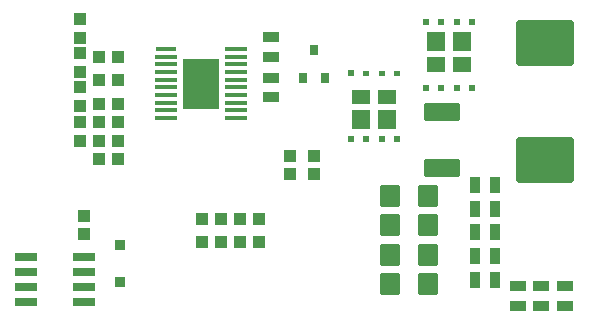
<source format=gtp>
G04*
G04 #@! TF.GenerationSoftware,Altium Limited,Altium Designer,21.9.2 (33)*
G04*
G04 Layer_Color=8421504*
%FSLAX25Y25*%
%MOIN*%
G70*
G04*
G04 #@! TF.SameCoordinates,F924B2C3-1D75-45BD-9772-218C77F4F8C2*
G04*
G04*
G04 #@! TF.FilePolarity,Positive*
G04*
G01*
G75*
G04:AMPARAMS|DCode=16|XSize=43.31mil|YSize=39.37mil|CornerRadius=2.95mil|HoleSize=0mil|Usage=FLASHONLY|Rotation=180.000|XOffset=0mil|YOffset=0mil|HoleType=Round|Shape=RoundedRectangle|*
%AMROUNDEDRECTD16*
21,1,0.04331,0.03347,0,0,180.0*
21,1,0.03740,0.03937,0,0,180.0*
1,1,0.00591,-0.01870,0.01673*
1,1,0.00591,0.01870,0.01673*
1,1,0.00591,0.01870,-0.01673*
1,1,0.00591,-0.01870,-0.01673*
%
%ADD16ROUNDEDRECTD16*%
G04:AMPARAMS|DCode=17|XSize=43.31mil|YSize=39.37mil|CornerRadius=3.94mil|HoleSize=0mil|Usage=FLASHONLY|Rotation=90.000|XOffset=0mil|YOffset=0mil|HoleType=Round|Shape=RoundedRectangle|*
%AMROUNDEDRECTD17*
21,1,0.04331,0.03150,0,0,90.0*
21,1,0.03543,0.03937,0,0,90.0*
1,1,0.00787,0.01575,0.01772*
1,1,0.00787,0.01575,-0.01772*
1,1,0.00787,-0.01575,-0.01772*
1,1,0.00787,-0.01575,0.01772*
%
%ADD17ROUNDEDRECTD17*%
G04:AMPARAMS|DCode=18|XSize=43.31mil|YSize=39.37mil|CornerRadius=3.94mil|HoleSize=0mil|Usage=FLASHONLY|Rotation=180.000|XOffset=0mil|YOffset=0mil|HoleType=Round|Shape=RoundedRectangle|*
%AMROUNDEDRECTD18*
21,1,0.04331,0.03150,0,0,180.0*
21,1,0.03543,0.03937,0,0,180.0*
1,1,0.00787,-0.01772,0.01575*
1,1,0.00787,0.01772,0.01575*
1,1,0.00787,0.01772,-0.01575*
1,1,0.00787,-0.01772,-0.01575*
%
%ADD18ROUNDEDRECTD18*%
G04:AMPARAMS|DCode=19|XSize=43.31mil|YSize=39.37mil|CornerRadius=2.95mil|HoleSize=0mil|Usage=FLASHONLY|Rotation=90.000|XOffset=0mil|YOffset=0mil|HoleType=Round|Shape=RoundedRectangle|*
%AMROUNDEDRECTD19*
21,1,0.04331,0.03347,0,0,90.0*
21,1,0.03740,0.03937,0,0,90.0*
1,1,0.00591,0.01673,0.01870*
1,1,0.00591,0.01673,-0.01870*
1,1,0.00591,-0.01673,-0.01870*
1,1,0.00591,-0.01673,0.01870*
%
%ADD19ROUNDEDRECTD19*%
G04:AMPARAMS|DCode=20|XSize=23.62mil|YSize=35.43mil|CornerRadius=1.77mil|HoleSize=0mil|Usage=FLASHONLY|Rotation=180.000|XOffset=0mil|YOffset=0mil|HoleType=Round|Shape=RoundedRectangle|*
%AMROUNDEDRECTD20*
21,1,0.02362,0.03189,0,0,180.0*
21,1,0.02008,0.03543,0,0,180.0*
1,1,0.00354,-0.01004,0.01595*
1,1,0.00354,0.01004,0.01595*
1,1,0.00354,0.01004,-0.01595*
1,1,0.00354,-0.01004,-0.01595*
%
%ADD20ROUNDEDRECTD20*%
G04:AMPARAMS|DCode=21|XSize=55.12mil|YSize=35.43mil|CornerRadius=2.66mil|HoleSize=0mil|Usage=FLASHONLY|Rotation=90.000|XOffset=0mil|YOffset=0mil|HoleType=Round|Shape=RoundedRectangle|*
%AMROUNDEDRECTD21*
21,1,0.05512,0.03012,0,0,90.0*
21,1,0.04980,0.03543,0,0,90.0*
1,1,0.00532,0.01506,0.02490*
1,1,0.00532,0.01506,-0.02490*
1,1,0.00532,-0.01506,-0.02490*
1,1,0.00532,-0.01506,0.02490*
%
%ADD21ROUNDEDRECTD21*%
G04:AMPARAMS|DCode=22|XSize=55.12mil|YSize=35.43mil|CornerRadius=2.66mil|HoleSize=0mil|Usage=FLASHONLY|Rotation=180.000|XOffset=0mil|YOffset=0mil|HoleType=Round|Shape=RoundedRectangle|*
%AMROUNDEDRECTD22*
21,1,0.05512,0.03012,0,0,180.0*
21,1,0.04980,0.03543,0,0,180.0*
1,1,0.00532,-0.02490,0.01506*
1,1,0.00532,0.02490,0.01506*
1,1,0.00532,0.02490,-0.01506*
1,1,0.00532,-0.02490,-0.01506*
%
%ADD22ROUNDEDRECTD22*%
G04:AMPARAMS|DCode=23|XSize=74.8mil|YSize=68.9mil|CornerRadius=6.89mil|HoleSize=0mil|Usage=FLASHONLY|Rotation=270.000|XOffset=0mil|YOffset=0mil|HoleType=Round|Shape=RoundedRectangle|*
%AMROUNDEDRECTD23*
21,1,0.07480,0.05512,0,0,270.0*
21,1,0.06102,0.06890,0,0,270.0*
1,1,0.01378,-0.02756,-0.03051*
1,1,0.01378,-0.02756,0.03051*
1,1,0.01378,0.02756,0.03051*
1,1,0.01378,0.02756,-0.03051*
%
%ADD23ROUNDEDRECTD23*%
G04:AMPARAMS|DCode=24|XSize=57.09mil|YSize=122.05mil|CornerRadius=4.28mil|HoleSize=0mil|Usage=FLASHONLY|Rotation=90.000|XOffset=0mil|YOffset=0mil|HoleType=Round|Shape=RoundedRectangle|*
%AMROUNDEDRECTD24*
21,1,0.05709,0.11348,0,0,90.0*
21,1,0.04852,0.12205,0,0,90.0*
1,1,0.00856,0.05674,0.02426*
1,1,0.00856,0.05674,-0.02426*
1,1,0.00856,-0.05674,-0.02426*
1,1,0.00856,-0.05674,0.02426*
%
%ADD24ROUNDEDRECTD24*%
G04:AMPARAMS|DCode=25|XSize=192.91mil|YSize=153.54mil|CornerRadius=11.52mil|HoleSize=0mil|Usage=FLASHONLY|Rotation=0.000|XOffset=0mil|YOffset=0mil|HoleType=Round|Shape=RoundedRectangle|*
%AMROUNDEDRECTD25*
21,1,0.19291,0.13051,0,0,0.0*
21,1,0.16988,0.15354,0,0,0.0*
1,1,0.02303,0.08494,-0.06526*
1,1,0.02303,-0.08494,-0.06526*
1,1,0.02303,-0.08494,0.06526*
1,1,0.02303,0.08494,0.06526*
%
%ADD25ROUNDEDRECTD25*%
G04:AMPARAMS|DCode=26|XSize=28.35mil|YSize=74.8mil|CornerRadius=2.13mil|HoleSize=0mil|Usage=FLASHONLY|Rotation=270.000|XOffset=0mil|YOffset=0mil|HoleType=Round|Shape=RoundedRectangle|*
%AMROUNDEDRECTD26*
21,1,0.02835,0.07055,0,0,270.0*
21,1,0.02410,0.07480,0,0,270.0*
1,1,0.00425,-0.03528,-0.01205*
1,1,0.00425,-0.03528,0.01205*
1,1,0.00425,0.03528,0.01205*
1,1,0.00425,0.03528,-0.01205*
%
%ADD26ROUNDEDRECTD26*%
%ADD27R,0.03740X0.03543*%
%ADD28R,0.07008X0.01654*%
%ADD29R,0.12205X0.16929*%
G04:AMPARAMS|DCode=30|XSize=70.08mil|YSize=16.54mil|CornerRadius=2.07mil|HoleSize=0mil|Usage=FLASHONLY|Rotation=0.000|XOffset=0mil|YOffset=0mil|HoleType=Round|Shape=RoundedRectangle|*
%AMROUNDEDRECTD30*
21,1,0.07008,0.01240,0,0,0.0*
21,1,0.06594,0.01654,0,0,0.0*
1,1,0.00413,0.03297,-0.00620*
1,1,0.00413,-0.03297,-0.00620*
1,1,0.00413,-0.03297,0.00620*
1,1,0.00413,0.03297,0.00620*
%
%ADD30ROUNDEDRECTD30*%
G36*
X192008Y121653D02*
X190039D01*
Y123622D01*
X192008D01*
Y121653D01*
D02*
G37*
G36*
X186811Y121651D02*
X184843D01*
Y123622D01*
X186811D01*
Y121651D01*
D02*
G37*
G36*
X181851Y121637D02*
X179892D01*
Y123622D01*
X181851D01*
Y121637D01*
D02*
G37*
G36*
X196971Y121636D02*
X194990D01*
Y123622D01*
X196971D01*
Y121636D01*
D02*
G37*
G36*
X170856Y117116D02*
X164676D01*
Y121981D01*
X170856D01*
Y117116D01*
D02*
G37*
G36*
X162234D02*
X156042D01*
Y121987D01*
X162234D01*
Y117116D01*
D02*
G37*
G36*
X170856Y108907D02*
X164677D01*
Y115146D01*
X170856D01*
Y108907D01*
D02*
G37*
G36*
X162234D02*
X156046D01*
Y115146D01*
X162234D01*
Y108907D01*
D02*
G37*
G36*
X171988Y104518D02*
X170022D01*
Y106483D01*
X171988D01*
Y104518D01*
D02*
G37*
G36*
X167037D02*
X165070D01*
Y106477D01*
X167037D01*
Y104518D01*
D02*
G37*
G36*
X161841D02*
X159870D01*
Y106481D01*
X161841D01*
Y104518D01*
D02*
G37*
G36*
X156890D02*
X154904D01*
Y106467D01*
X156890D01*
Y104518D01*
D02*
G37*
G36*
X196975Y143533D02*
X194990D01*
Y145482D01*
X196975D01*
Y143533D01*
D02*
G37*
G36*
X186810Y143523D02*
X184843D01*
Y145482D01*
X186810D01*
Y143523D01*
D02*
G37*
G36*
X192010Y143519D02*
X190039D01*
Y145482D01*
X192010D01*
Y143519D01*
D02*
G37*
G36*
X181858Y143517D02*
X179892D01*
Y145482D01*
X181858D01*
Y143517D01*
D02*
G37*
G36*
X187203Y134854D02*
X181024D01*
Y141093D01*
X187203D01*
Y134854D01*
D02*
G37*
G36*
X195834Y134854D02*
X189646D01*
Y141093D01*
X195834D01*
Y134854D01*
D02*
G37*
G36*
X187204Y128019D02*
X181024D01*
Y132884D01*
X187204D01*
Y128019D01*
D02*
G37*
G36*
X195838Y128013D02*
X189646D01*
Y132884D01*
X195838D01*
Y128013D01*
D02*
G37*
G36*
X171988Y126378D02*
X170029D01*
Y128363D01*
X171988D01*
Y126378D01*
D02*
G37*
G36*
X167037D02*
X165069D01*
Y128349D01*
X167037D01*
Y126378D01*
D02*
G37*
G36*
X161841D02*
X159872D01*
Y128347D01*
X161841D01*
Y126378D01*
D02*
G37*
G36*
X156890D02*
X154909D01*
Y128364D01*
X156890D01*
Y126378D01*
D02*
G37*
D16*
X135433Y100000D02*
D03*
Y93701D02*
D03*
X143307Y93701D02*
D03*
Y100000D02*
D03*
X65472Y105020D02*
D03*
Y111319D02*
D03*
Y127854D02*
D03*
Y134153D02*
D03*
X65472Y116437D02*
D03*
Y122736D02*
D03*
X65472Y139272D02*
D03*
Y145571D02*
D03*
X71772Y111319D02*
D03*
Y105020D02*
D03*
X66929Y73721D02*
D03*
Y80020D02*
D03*
D17*
X71772Y117224D02*
D03*
X78071D02*
D03*
Y125098D02*
D03*
X71772D02*
D03*
Y98720D02*
D03*
X78071D02*
D03*
X124988Y71228D02*
D03*
X118689D02*
D03*
X118689Y78708D02*
D03*
X124988D02*
D03*
D18*
X78071Y105020D02*
D03*
Y111319D02*
D03*
D19*
X78071Y132972D02*
D03*
X71772D02*
D03*
X106090Y78708D02*
D03*
X112390D02*
D03*
X106090Y71228D02*
D03*
X112390D02*
D03*
D20*
X143504Y135039D02*
D03*
X147244Y125984D02*
D03*
X139764D02*
D03*
D21*
X203642Y58661D02*
D03*
X197146D02*
D03*
X203642Y90158D02*
D03*
X197146D02*
D03*
Y66535D02*
D03*
X203642D02*
D03*
X197146Y82284D02*
D03*
X203642D02*
D03*
X197146Y74410D02*
D03*
X203642D02*
D03*
D22*
X211417Y56398D02*
D03*
Y49902D02*
D03*
X219291Y56398D02*
D03*
Y49902D02*
D03*
X227165Y56398D02*
D03*
Y49902D02*
D03*
X129252Y139370D02*
D03*
Y132874D02*
D03*
Y119488D02*
D03*
Y125984D02*
D03*
D23*
X181496Y86614D02*
D03*
X168898D02*
D03*
X181496Y76772D02*
D03*
X168898D02*
D03*
X181496Y66929D02*
D03*
X168898D02*
D03*
X181496Y57087D02*
D03*
X168898D02*
D03*
D24*
X186221Y95866D02*
D03*
Y114370D02*
D03*
D25*
X220472Y98622D02*
D03*
Y137598D02*
D03*
D26*
X47441Y66243D02*
D03*
Y61243D02*
D03*
Y56243D02*
D03*
Y51243D02*
D03*
X66732D02*
D03*
Y56243D02*
D03*
Y61243D02*
D03*
Y66243D02*
D03*
D27*
X78740Y57776D02*
D03*
Y70177D02*
D03*
D28*
X94213Y135531D02*
D03*
D29*
X105905Y124016D02*
D03*
D30*
X117598Y135531D02*
D03*
Y132973D02*
D03*
Y130413D02*
D03*
Y127854D02*
D03*
Y125295D02*
D03*
Y122736D02*
D03*
Y120177D02*
D03*
Y117618D02*
D03*
Y115059D02*
D03*
Y112500D02*
D03*
X94213D02*
D03*
Y115059D02*
D03*
Y117618D02*
D03*
Y122736D02*
D03*
Y120177D02*
D03*
Y125295D02*
D03*
Y127854D02*
D03*
Y130413D02*
D03*
Y132973D02*
D03*
M02*

</source>
